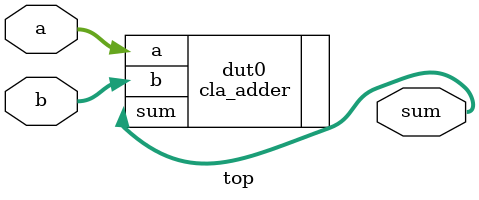
<source format=v>
module top #( parameter DATA_WIDTH = 32)(
    input [DATA_WIDTH-1:0]    a,
    input [DATA_WIDTH-1:0]    b,
    output [DATA_WIDTH-1:0]   sum
);

    cla_adder #(DATA_WIDTH) dut0(
        .a(a),
        .b(b),
        .sum(sum)
    );

endmodule
</source>
